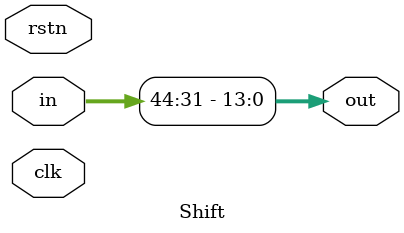
<source format=v>
module Shift ( rstn, clk, in, out );

input clk;
input rstn;
input [44:0]in;


output [13:0] out;


//assign out =  in;

assign out = in[44:31];

endmodule
</source>
